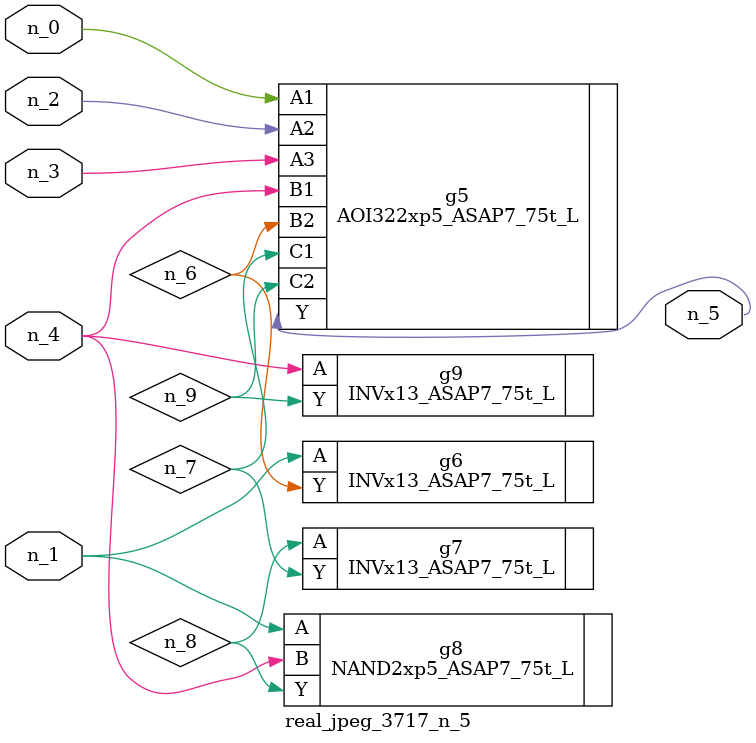
<source format=v>
module real_jpeg_3717_n_5 (n_4, n_0, n_1, n_2, n_3, n_5);

input n_4;
input n_0;
input n_1;
input n_2;
input n_3;

output n_5;

wire n_8;
wire n_6;
wire n_7;
wire n_9;

AOI322xp5_ASAP7_75t_L g5 ( 
.A1(n_0),
.A2(n_2),
.A3(n_3),
.B1(n_4),
.B2(n_6),
.C1(n_7),
.C2(n_9),
.Y(n_5)
);

INVx13_ASAP7_75t_L g6 ( 
.A(n_1),
.Y(n_6)
);

NAND2xp5_ASAP7_75t_L g8 ( 
.A(n_1),
.B(n_4),
.Y(n_8)
);

INVx13_ASAP7_75t_L g9 ( 
.A(n_4),
.Y(n_9)
);

INVx13_ASAP7_75t_L g7 ( 
.A(n_8),
.Y(n_7)
);


endmodule
</source>
